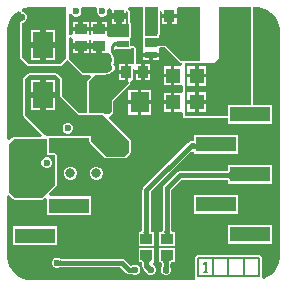
<source format=gtl>
G04*
G04 #@! TF.GenerationSoftware,Altium Limited,Altium Designer,25.8.1 (18)*
G04*
G04 Layer_Physical_Order=1*
G04 Layer_Color=255*
%FSLAX44Y44*%
%MOMM*%
G71*
G04*
G04 #@! TF.SameCoordinates,25FCF4F7-ABCC-4757-B9A5-3A53D095655E*
G04*
G04*
G04 #@! TF.FilePolarity,Positive*
G04*
G01*
G75*
%ADD10C,0.2540*%
%ADD14R,3.4300X1.2700*%
%ADD15R,0.9000X1.0000*%
%ADD16R,1.0000X0.9000*%
%ADD17R,1.5000X4.2000*%
%ADD18R,1.8000X2.2500*%
%ADD19R,1.0000X0.5500*%
%ADD20R,1.6500X1.8000*%
%ADD21R,1.2000X1.3000*%
%ADD22C,0.4000*%
%ADD23C,0.1500*%
%ADD24C,0.6000*%
%ADD25C,0.8000*%
G36*
X168000Y190000D02*
X152000D01*
X139000Y203000D01*
X121000D01*
Y209750D01*
X133000D01*
Y211791D01*
X133148Y211852D01*
X133624Y213000D01*
Y221500D01*
X134000D01*
Y232993D01*
X134000D01*
X136000Y231556D01*
Y230000D01*
X142000D01*
X148000D01*
Y233666D01*
X148000Y234500D01*
X149517Y235666D01*
X168000D01*
Y190000D01*
D02*
G37*
G36*
X80819Y233666D02*
X80500Y232895D01*
Y231105D01*
X81185Y229451D01*
X82451Y228185D01*
X84105Y227500D01*
X85895D01*
X87549Y228185D01*
X88815Y229451D01*
X89500Y231105D01*
Y232895D01*
X89488Y232923D01*
X90647Y234813D01*
X91491Y234853D01*
X92999Y233274D01*
Y230499D01*
X98999D01*
X104999D01*
Y232993D01*
X104999D01*
X106999Y231556D01*
Y221499D01*
X107500D01*
Y210000D01*
X90587D01*
X89001Y210999D01*
X89001Y212000D01*
Y214999D01*
X76001D01*
Y212318D01*
X74752Y211595D01*
X73500Y212320D01*
Y215000D01*
X67000D01*
X60500D01*
Y213035D01*
X60476Y212976D01*
X60019Y212412D01*
X58630Y211524D01*
X58630D01*
X58212Y211764D01*
X57000Y212738D01*
Y229500D01*
X59000Y229898D01*
X59185Y229451D01*
X60451Y228185D01*
X62105Y227500D01*
X63895D01*
X65549Y228185D01*
X66815Y229451D01*
X67500Y231105D01*
Y232895D01*
X67181Y233666D01*
X68311Y235666D01*
X79689D01*
X80819Y233666D01*
D02*
G37*
G36*
X132000Y213000D02*
X121000D01*
Y235666D01*
X132000D01*
Y213000D01*
D02*
G37*
G36*
X97530Y201960D02*
X97505Y202201D01*
X97429Y202417D01*
X97302Y202608D01*
X97124Y202773D01*
X96896Y202913D01*
X96616Y203027D01*
X96286Y203116D01*
X95905Y203179D01*
X95473Y203217D01*
X94991Y203230D01*
Y205770D01*
X95473Y205783D01*
X95905Y205821D01*
X96286Y205884D01*
X96616Y205973D01*
X96896Y206087D01*
X97124Y206227D01*
X97302Y206392D01*
X97429Y206583D01*
X97505Y206799D01*
X97530Y207040D01*
Y201960D01*
D02*
G37*
G36*
X25403Y235666D02*
X25404D01*
X25404D01*
X54344D01*
Y192344D01*
X49000Y187000D01*
X23000D01*
X17500Y192500D01*
Y222500D01*
X17895D01*
X19549Y223185D01*
X20815Y224451D01*
X21500Y226105D01*
Y227895D01*
X20815Y229549D01*
X19549Y230815D01*
X17895Y231500D01*
X17500D01*
Y234129D01*
X19255Y234856D01*
X23325Y235666D01*
X25403Y235666D01*
D02*
G37*
G36*
X60500Y208739D02*
X60500Y208000D01*
Y205500D01*
X67000D01*
X73500D01*
Y207682D01*
X74749Y208405D01*
X76001Y207680D01*
Y205499D01*
X82501D01*
Y202999D01*
X85001D01*
Y196999D01*
X88734D01*
X89001Y196999D01*
X90847Y196628D01*
X90891Y196407D01*
X91503Y195491D01*
X92500Y194494D01*
Y182500D01*
X90500Y180500D01*
X90105D01*
X88898Y180000D01*
X69000D01*
X57000Y192000D01*
Y209507D01*
X58881Y209920D01*
X60500Y208739D01*
D02*
G37*
G36*
X112000Y187500D02*
X107000D01*
Y180500D01*
Y172914D01*
X107500Y171500D01*
X93000Y157000D01*
Y147000D01*
X91000Y145000D01*
X87296D01*
X87148Y145148D01*
X86000Y145624D01*
X74000D01*
X74000Y173000D01*
X79376Y178376D01*
X88898D01*
X89196Y178500D01*
X89519D01*
X90428Y178876D01*
X90500D01*
X91648Y179352D01*
X91796Y179500D01*
X91895D01*
X93549Y180185D01*
X94815Y181451D01*
X95500Y183104D01*
Y184895D01*
X94815Y186549D01*
X94124Y187240D01*
Y187679D01*
X94734Y188290D01*
X95420Y189944D01*
Y191734D01*
X94734Y193388D01*
X94124Y193999D01*
Y194494D01*
X94000Y194792D01*
Y198543D01*
X95500Y199750D01*
X109500D01*
Y201000D01*
X112000D01*
Y187500D01*
D02*
G37*
G36*
X15348Y231694D02*
X15984Y231239D01*
X16352Y230352D01*
X17500Y229876D01*
X17572D01*
X18629Y229438D01*
X19439Y228629D01*
X19876Y227572D01*
Y226428D01*
X19439Y225371D01*
X18629Y224562D01*
X17572Y224124D01*
X17500D01*
X16352Y223648D01*
X15876Y222500D01*
Y192500D01*
X16352Y191352D01*
X21852Y185852D01*
X23000Y185376D01*
X49000D01*
X50148Y185852D01*
X54193Y189897D01*
X55845Y190848D01*
X56807Y189897D01*
X67852Y178852D01*
X69000Y178376D01*
X74467D01*
X75233Y176529D01*
X72852Y174148D01*
X72376Y173000D01*
X72376Y145624D01*
X65672D01*
X50624Y160672D01*
Y174897D01*
X50148Y176045D01*
X47045Y179148D01*
X45897Y179624D01*
X23000Y179624D01*
X21852Y179148D01*
X18852Y176148D01*
X18376Y175000D01*
X18376Y144000D01*
X18852Y142852D01*
X34080Y127624D01*
X33252Y125624D01*
X10000D01*
X8852Y125148D01*
X6334Y122630D01*
X4334Y123459D01*
Y214600D01*
Y216675D01*
X5144Y220745D01*
X6732Y224578D01*
X9037Y228029D01*
X11971Y230963D01*
X13876Y232236D01*
X15348Y231694D01*
D02*
G37*
G36*
X211000Y152480D02*
X191660D01*
Y143000D01*
X155000D01*
Y188000D01*
X180000D01*
X184000Y192000D01*
Y235666D01*
X211000D01*
Y152480D01*
D02*
G37*
G36*
X220745Y234856D02*
X224578Y233268D01*
X228029Y230963D01*
X230963Y228029D01*
X233268Y224578D01*
X234856Y220745D01*
X235666Y216675D01*
Y214600D01*
Y25400D01*
Y23325D01*
X234856Y19255D01*
X233268Y15422D01*
X230963Y11971D01*
X228029Y9037D01*
X224578Y6732D01*
X221796Y5579D01*
X221185Y5959D01*
X220212Y7088D01*
X220294Y7500D01*
Y23500D01*
X220119Y24378D01*
X219622Y25122D01*
X218878Y25619D01*
X218000Y25794D01*
X166000D01*
X165122Y25619D01*
X164378Y25122D01*
X163881Y24378D01*
X163706Y23500D01*
Y7500D01*
X163881Y6622D01*
X164054Y6363D01*
X163448Y4714D01*
X163168Y4363D01*
X23264Y4442D01*
X21528Y4601D01*
X17770Y5668D01*
X14272Y7407D01*
X11154Y9759D01*
X8521Y12645D01*
X6464Y15965D01*
X5052Y19607D01*
X4334Y23447D01*
Y25400D01*
Y75541D01*
X6334Y76370D01*
X9852Y72852D01*
X11000Y72376D01*
X34000D01*
X35148Y72852D01*
X36410Y74114D01*
X38410Y73285D01*
Y59630D01*
X75710D01*
Y75330D01*
X40455D01*
X39626Y77330D01*
X46148Y83852D01*
X46624Y85000D01*
Y110430D01*
X46148Y111578D01*
X45000Y112054D01*
X40034D01*
Y124000D01*
X40372Y124506D01*
X74086D01*
Y121790D01*
X74562Y120642D01*
X87352Y107852D01*
X88500Y107376D01*
X104000D01*
X105148Y107852D01*
X108648Y111352D01*
X109124Y112500D01*
Y122500D01*
X108648Y123648D01*
X90767Y141529D01*
X91529Y143596D01*
X92148Y143852D01*
X92797Y144501D01*
X93001D01*
Y144705D01*
X94148Y145852D01*
X94624Y147000D01*
Y156327D01*
X108648Y170352D01*
X108756Y170612D01*
X108965Y170800D01*
X108984Y171164D01*
X109124Y171500D01*
X109016Y171760D01*
X109031Y172041D01*
X110383Y174000D01*
X111500D01*
Y183521D01*
X111500D01*
X113500Y182174D01*
Y182000D01*
X118000D01*
Y187000D01*
X115471D01*
X113624Y187500D01*
X113624Y188788D01*
Y201000D01*
X113148Y202148D01*
X112000Y202624D01*
X109500D01*
X109000Y202958D01*
Y208750D01*
X109000Y208750D01*
X109124Y210000D01*
X109124Y210699D01*
Y221499D01*
X108648Y222647D01*
X108623Y222658D01*
Y231556D01*
X108570Y231684D01*
X108602Y231818D01*
X108338Y232243D01*
X108147Y232704D01*
X108020Y232757D01*
X107947Y232874D01*
X106845Y233666D01*
X107490Y235666D01*
X119376D01*
Y213000D01*
X119852Y211852D01*
X119852Y210898D01*
X119376Y209750D01*
Y203000D01*
X119852Y201852D01*
X120000Y201791D01*
X120000Y199750D01*
X120000Y198250D01*
Y196500D01*
X126500D01*
X133000D01*
X133000Y199962D01*
X134414Y201376D01*
X138328D01*
X150852Y188852D01*
X152000Y188376D01*
X152027D01*
X152221Y188121D01*
X152383Y187445D01*
X151877Y186467D01*
X150865Y185500D01*
X146250D01*
Y177500D01*
Y169500D01*
X151376D01*
X152250Y169500D01*
X153376Y167967D01*
Y164533D01*
X152250Y163000D01*
X151376Y163000D01*
X146250D01*
Y155000D01*
Y147000D01*
X151376D01*
X152250Y147000D01*
X153376Y145467D01*
Y143000D01*
X153852Y141852D01*
X155000Y141376D01*
X191660D01*
Y136780D01*
X228960D01*
Y152480D01*
X212624D01*
Y235666D01*
X216675D01*
X220745Y234856D01*
D02*
G37*
G36*
X49000Y174897D02*
Y160000D01*
X65000Y144000D01*
X86000D01*
X107500Y122500D01*
Y112500D01*
X104000Y109000D01*
X88500D01*
X75710Y121790D01*
Y126130D01*
X38410D01*
X38410Y126130D01*
Y126130D01*
X36861Y127139D01*
X20000Y144000D01*
X20000Y175000D01*
X23000Y178000D01*
X45897Y178000D01*
X49000Y174897D01*
D02*
G37*
G36*
X38410Y110430D02*
X45000D01*
Y85000D01*
X34000Y74000D01*
X11000D01*
X6000Y79000D01*
Y120000D01*
X10000Y124000D01*
X38410D01*
Y110430D01*
D02*
G37*
%LPC*%
G36*
X148000Y226000D02*
X144000D01*
Y221500D01*
X148000D01*
Y226000D01*
D02*
G37*
G36*
X140000D02*
X136000D01*
Y221500D01*
X140000D01*
Y226000D01*
D02*
G37*
G36*
X104999Y225499D02*
X101499D01*
Y221499D01*
X104999D01*
Y225499D01*
D02*
G37*
G36*
X96499D02*
X92999D01*
Y221499D01*
X96499D01*
Y225499D01*
D02*
G37*
G36*
X73500Y223000D02*
X69000D01*
Y219000D01*
X73500D01*
Y223000D01*
D02*
G37*
G36*
X65000D02*
X60500D01*
Y219000D01*
X65000D01*
Y223000D01*
D02*
G37*
G36*
X89001Y222999D02*
X84501D01*
Y218999D01*
X89001D01*
Y222999D01*
D02*
G37*
G36*
X80501D02*
X76001D01*
Y218999D01*
X80501D01*
Y222999D01*
D02*
G37*
G36*
X45500Y216586D02*
X37500D01*
Y206336D01*
X45500D01*
Y216586D01*
D02*
G37*
G36*
X32500D02*
X24500D01*
Y206336D01*
X32500D01*
Y216586D01*
D02*
G37*
G36*
X45500Y201336D02*
X37500D01*
Y191086D01*
X45500D01*
Y201336D01*
D02*
G37*
G36*
X32500D02*
X24500D01*
Y191086D01*
X32500D01*
Y201336D01*
D02*
G37*
G36*
X73500Y200500D02*
X69500D01*
Y197000D01*
X73500D01*
Y200500D01*
D02*
G37*
G36*
X64500D02*
X60500D01*
Y197000D01*
X64500D01*
Y200500D01*
D02*
G37*
G36*
X80001Y200499D02*
X76001D01*
Y196999D01*
X80001D01*
Y200499D01*
D02*
G37*
G36*
X104000Y187500D02*
X99000D01*
Y182000D01*
X104000D01*
Y187500D01*
D02*
G37*
G36*
Y179000D02*
X99000D01*
Y173500D01*
X104000D01*
Y179000D01*
D02*
G37*
G36*
X173250Y186000D02*
X166750D01*
Y179000D01*
X173250D01*
Y186000D01*
D02*
G37*
G36*
X163750D02*
X157250D01*
Y179000D01*
X163750D01*
Y186000D01*
D02*
G37*
G36*
X173250Y176000D02*
X166750D01*
Y169000D01*
X173250D01*
Y176000D01*
D02*
G37*
G36*
X163750D02*
X157250D01*
Y169000D01*
X163750D01*
Y176000D01*
D02*
G37*
G36*
X173250Y163500D02*
X166750D01*
Y156500D01*
X173250D01*
Y163500D01*
D02*
G37*
G36*
X163750D02*
X157250D01*
Y156500D01*
X163750D01*
Y163500D01*
D02*
G37*
G36*
X173250Y153500D02*
X166750D01*
Y146500D01*
X173250D01*
Y153500D01*
D02*
G37*
G36*
X163750D02*
X157250D01*
Y146500D01*
X163750D01*
Y153500D01*
D02*
G37*
G36*
X133000Y193500D02*
X128000D01*
Y190750D01*
X133000D01*
Y193500D01*
D02*
G37*
G36*
X125000D02*
X120000D01*
Y190750D01*
X125000D01*
Y193500D01*
D02*
G37*
G36*
X125500Y187000D02*
X121000D01*
Y182000D01*
X125500D01*
Y187000D01*
D02*
G37*
G36*
X143250Y185500D02*
X137250D01*
Y179000D01*
X143250D01*
Y185500D01*
D02*
G37*
G36*
X125500Y179000D02*
X121000D01*
Y174000D01*
X125500D01*
Y179000D01*
D02*
G37*
G36*
X118000D02*
X113500D01*
Y174000D01*
X118000D01*
Y179000D01*
D02*
G37*
G36*
X143250Y176000D02*
X137250D01*
Y169500D01*
X143250D01*
Y176000D01*
D02*
G37*
G36*
X126501Y165501D02*
X118251D01*
Y156501D01*
X126501D01*
Y165501D01*
D02*
G37*
G36*
X115251D02*
X107001D01*
Y156501D01*
X115251D01*
Y165501D01*
D02*
G37*
G36*
X143250Y163000D02*
X137250D01*
Y156500D01*
X143250D01*
Y163000D01*
D02*
G37*
G36*
Y153500D02*
X137250D01*
Y147000D01*
X143250D01*
Y153500D01*
D02*
G37*
G36*
X126501Y153501D02*
X118251D01*
Y144501D01*
X126501D01*
Y153501D01*
D02*
G37*
G36*
X115251D02*
X107001D01*
Y144501D01*
X115251D01*
Y153501D01*
D02*
G37*
G36*
X199760Y127080D02*
X162460D01*
Y122324D01*
X162396Y122209D01*
X162384Y122202D01*
X162183Y122127D01*
X161866Y122049D01*
X161443Y121984D01*
X160918Y121942D01*
X160264Y121926D01*
X160009Y121813D01*
X158938Y121600D01*
X157780Y120827D01*
X119976Y83023D01*
X119202Y81865D01*
X118931Y80499D01*
Y48135D01*
X118876Y48013D01*
X118857Y47303D01*
X118807Y46736D01*
X118731Y46276D01*
X118638Y45931D01*
X118546Y45706D01*
X118482Y45601D01*
X118329Y45585D01*
X118174Y45501D01*
X115999D01*
Y33501D01*
X128999D01*
Y45501D01*
X126824D01*
X126669Y45585D01*
X126517Y45601D01*
X126453Y45706D01*
X126361Y45931D01*
X126268Y46276D01*
X126191Y46736D01*
X126141Y47303D01*
X126122Y48013D01*
X126068Y48135D01*
Y79021D01*
X160460Y113413D01*
X162460Y112585D01*
Y111380D01*
X199760D01*
Y127080D01*
D02*
G37*
G36*
X81094Y100500D02*
X78906D01*
X76884Y99663D01*
X75337Y98116D01*
X74500Y96094D01*
Y93906D01*
X75337Y91884D01*
X76884Y90337D01*
X78906Y89500D01*
X81094D01*
X83116Y90337D01*
X84663Y91884D01*
X85500Y93906D01*
Y96094D01*
X84663Y98116D01*
X83116Y99663D01*
X81094Y100500D01*
D02*
G37*
G36*
X59094D02*
X56906D01*
X54885Y99663D01*
X53337Y98116D01*
X52500Y96094D01*
Y93906D01*
X53337Y91884D01*
X54885Y90337D01*
X56906Y89500D01*
X59094D01*
X61115Y90337D01*
X62663Y91884D01*
X63500Y93906D01*
Y96094D01*
X62663Y98116D01*
X61115Y99663D01*
X59094Y100500D01*
D02*
G37*
G36*
X228960Y101680D02*
X191660D01*
Y97325D01*
X191576Y97170D01*
X191560Y97017D01*
X191455Y96953D01*
X191230Y96861D01*
X190885Y96768D01*
X190425Y96692D01*
X189858Y96642D01*
X189148Y96623D01*
X189025Y96569D01*
X151000D01*
X149634Y96297D01*
X148477Y95523D01*
X137476Y84522D01*
X136702Y83365D01*
X136431Y81999D01*
Y48135D01*
X136376Y48013D01*
X136357Y47303D01*
X136307Y46736D01*
X136231Y46276D01*
X136138Y45931D01*
X136046Y45706D01*
X135982Y45601D01*
X135829Y45585D01*
X135674Y45501D01*
X133499D01*
Y33501D01*
X146499D01*
Y45501D01*
X144324D01*
X144169Y45585D01*
X144017Y45601D01*
X143953Y45706D01*
X143861Y45931D01*
X143768Y46276D01*
X143691Y46736D01*
X143641Y47303D01*
X143622Y48013D01*
X143568Y48135D01*
Y80521D01*
X152478Y89431D01*
X189026D01*
X189148Y89377D01*
X189858Y89358D01*
X190425Y89308D01*
X190885Y89232D01*
X191230Y89139D01*
X191455Y89047D01*
X191560Y88983D01*
X191576Y88830D01*
X191660Y88675D01*
Y85980D01*
X228960D01*
Y101680D01*
D02*
G37*
G36*
X199760Y76280D02*
X162460D01*
Y60580D01*
X199760D01*
Y76280D01*
D02*
G37*
G36*
X228960Y50880D02*
X191660D01*
Y35180D01*
X228960D01*
Y50880D01*
D02*
G37*
G36*
X46510Y49930D02*
X9210D01*
Y34230D01*
X46510D01*
Y49930D01*
D02*
G37*
G36*
X128999Y31501D02*
X115999D01*
Y19501D01*
X118174D01*
X118329Y19417D01*
X118482Y19401D01*
X118546Y19296D01*
X118638Y19071D01*
X118731Y18726D01*
X118807Y18266D01*
X118857Y17699D01*
X118876Y16989D01*
X118931Y16866D01*
Y16501D01*
X119202Y15135D01*
X119976Y13977D01*
X120526Y13427D01*
X120581Y13295D01*
X120810Y13064D01*
X121479Y12363D01*
X121500Y12339D01*
Y12105D01*
X122185Y10451D01*
X123451Y9185D01*
X125105Y8500D01*
X126895D01*
X128549Y9185D01*
X129815Y10451D01*
X130500Y12105D01*
Y13895D01*
X129815Y15549D01*
X128549Y16815D01*
X128323Y16908D01*
X128091Y17501D01*
X128999Y19501D01*
X128999D01*
Y31501D01*
D02*
G37*
G36*
X47895Y23500D02*
X46105D01*
X44451Y22815D01*
X43185Y21549D01*
X42500Y19895D01*
Y18105D01*
X43185Y16451D01*
X44451Y15185D01*
X46105Y14500D01*
X47895D01*
X49549Y15185D01*
X49666Y15302D01*
X51122Y15379D01*
X51232Y15431D01*
X100522D01*
X105477Y10477D01*
X106634Y9703D01*
X108000Y9431D01*
X108827D01*
X108959Y9376D01*
X109285Y9376D01*
X110254Y9353D01*
X110286Y9350D01*
X110451Y9185D01*
X112105Y8500D01*
X113895D01*
X115549Y9185D01*
X116815Y10451D01*
X117500Y12105D01*
Y13895D01*
X116815Y15549D01*
X115549Y16815D01*
X113895Y17500D01*
X112105D01*
X110451Y16815D01*
X110334Y16698D01*
X109398Y16649D01*
X104523Y21523D01*
X103366Y22297D01*
X102000Y22569D01*
X51172D01*
X51041Y22624D01*
X50715Y22624D01*
X49746Y22647D01*
X49714Y22650D01*
X49549Y22815D01*
X47895Y23500D01*
D02*
G37*
G36*
X146499Y31501D02*
X133499D01*
Y19501D01*
X134866D01*
X135021Y19417D01*
X135174Y19401D01*
X135238Y19296D01*
X135330Y19071D01*
X135423Y18726D01*
X135499Y18266D01*
X135550Y17699D01*
X135565Y17098D01*
X135545Y16106D01*
X135528Y15892D01*
X135185Y15549D01*
X134500Y13895D01*
Y12105D01*
X135185Y10451D01*
X136451Y9185D01*
X138105Y8500D01*
X138655D01*
X139000Y8431D01*
X139345Y8500D01*
X139895D01*
X141549Y9185D01*
X142815Y10451D01*
X143500Y12105D01*
Y13895D01*
X142846Y15474D01*
X142815Y16885D01*
X142792Y16937D01*
X142814Y16989D01*
X142833Y17699D01*
X142883Y18266D01*
X142960Y18726D01*
X143053Y19071D01*
X143145Y19296D01*
X143209Y19401D01*
X143361Y19417D01*
X143516Y19501D01*
X146499D01*
Y31501D01*
D02*
G37*
%LPD*%
G36*
X163990Y114616D02*
X163954Y114937D01*
X163843Y115223D01*
X163659Y115476D01*
X163400Y115696D01*
X163069Y115881D01*
X162663Y116033D01*
X162184Y116151D01*
X161631Y116236D01*
X161004Y116286D01*
X160303Y116303D01*
Y120303D01*
X161004Y120320D01*
X161631Y120371D01*
X162184Y120455D01*
X162663Y120573D01*
X163069Y120725D01*
X163400Y120911D01*
X163659Y121130D01*
X163843Y121383D01*
X163954Y121670D01*
X163990Y121990D01*
Y114616D01*
D02*
G37*
G36*
X124519Y47210D02*
X124579Y46530D01*
X124679Y45930D01*
X124819Y45410D01*
X124999Y44970D01*
X125219Y44610D01*
X125479Y44330D01*
X125779Y44130D01*
X126119Y44010D01*
X126499Y43970D01*
X118499D01*
X118879Y44010D01*
X119219Y44130D01*
X119519Y44330D01*
X119779Y44610D01*
X119999Y44970D01*
X120179Y45410D01*
X120319Y45930D01*
X120419Y46530D01*
X120479Y47210D01*
X120499Y47970D01*
X124499D01*
X124519Y47210D01*
D02*
G37*
G36*
X193190Y89000D02*
X193151Y89380D01*
X193030Y89720D01*
X192831Y90020D01*
X192551Y90280D01*
X192190Y90500D01*
X191751Y90680D01*
X191231Y90820D01*
X190630Y90920D01*
X189951Y90980D01*
X189191Y91000D01*
Y95000D01*
X189951Y95020D01*
X190630Y95080D01*
X191231Y95180D01*
X191751Y95320D01*
X192190Y95500D01*
X192551Y95720D01*
X192831Y95980D01*
X193030Y96280D01*
X193151Y96620D01*
X193190Y97000D01*
Y89000D01*
D02*
G37*
G36*
X142019Y47210D02*
X142079Y46530D01*
X142179Y45930D01*
X142319Y45410D01*
X142499Y44970D01*
X142719Y44610D01*
X142979Y44330D01*
X143279Y44130D01*
X143619Y44010D01*
X143999Y43970D01*
X135999D01*
X136379Y44010D01*
X136719Y44130D01*
X137019Y44330D01*
X137279Y44610D01*
X137499Y44970D01*
X137679Y45410D01*
X137819Y45930D01*
X137919Y46530D01*
X137979Y47210D01*
X137999Y47970D01*
X141999D01*
X142019Y47210D01*
D02*
G37*
G36*
X126119Y20991D02*
X125779Y20871D01*
X125479Y20671D01*
X125219Y20391D01*
X124999Y20031D01*
X124819Y19591D01*
X124679Y19071D01*
X124579Y18471D01*
X124519Y17791D01*
X124504Y17212D01*
X124560Y17268D01*
X125970Y16000D01*
X123000Y13030D01*
X122988Y13069D01*
X122950Y13131D01*
X122887Y13216D01*
X122684Y13452D01*
X121973Y14197D01*
X121732Y14440D01*
X124324Y17031D01*
X120499D01*
X120479Y17791D01*
X120419Y18471D01*
X120319Y19071D01*
X120179Y19591D01*
X119999Y20031D01*
X119779Y20391D01*
X119519Y20671D01*
X119219Y20871D01*
X118879Y20991D01*
X118499Y21031D01*
X126499D01*
X126119Y20991D01*
D02*
G37*
G36*
X49179Y21081D02*
X49250Y21064D01*
X49354Y21049D01*
X49665Y21025D01*
X50694Y21001D01*
X51036Y21000D01*
Y17000D01*
X49142Y16900D01*
Y21100D01*
X49179Y21081D01*
D02*
G37*
G36*
X110858Y10900D02*
X110821Y10919D01*
X110751Y10936D01*
X110646Y10951D01*
X110335Y10975D01*
X109306Y10999D01*
X108964Y11000D01*
Y15000D01*
X110858Y15100D01*
Y10900D01*
D02*
G37*
G36*
X142811Y20991D02*
X142471Y20871D01*
X142171Y20671D01*
X141911Y20391D01*
X141691Y20031D01*
X141511Y19591D01*
X141371Y19071D01*
X141271Y18471D01*
X141211Y17791D01*
X141191Y17031D01*
X139074D01*
X141191Y16849D01*
X141232Y15004D01*
X137041Y15272D01*
X137070Y15315D01*
X137095Y15390D01*
X137118Y15499D01*
X137137Y15642D01*
X137167Y16026D01*
X137189Y17103D01*
X137171Y17791D01*
X137111Y18471D01*
X137011Y19071D01*
X136871Y19591D01*
X136691Y20031D01*
X136471Y20391D01*
X136211Y20671D01*
X135911Y20871D01*
X135571Y20991D01*
X135191Y21031D01*
X143191D01*
X142811Y20991D01*
D02*
G37*
%LPC*%
G36*
X45500Y173914D02*
X37500D01*
Y163664D01*
X45500D01*
Y173914D01*
D02*
G37*
G36*
X32500D02*
X24500D01*
Y163664D01*
X32500D01*
Y173914D01*
D02*
G37*
G36*
X45500Y158664D02*
X37500D01*
Y148414D01*
X45500D01*
Y158664D01*
D02*
G37*
G36*
X32500D02*
X24500D01*
Y148414D01*
X32500D01*
Y158664D01*
D02*
G37*
G36*
X56895Y137500D02*
X55105D01*
X53451Y136815D01*
X52185Y135549D01*
X51500Y133895D01*
Y132105D01*
X52185Y130451D01*
X53451Y129185D01*
X55105Y128500D01*
X56895D01*
X58549Y129185D01*
X59815Y130451D01*
X60500Y132105D01*
Y133895D01*
X59815Y135549D01*
X58549Y136815D01*
X56895Y137500D01*
D02*
G37*
G36*
X38895Y108230D02*
X37105D01*
X35451Y107545D01*
X34185Y106279D01*
X33500Y104625D01*
Y102835D01*
X34185Y101181D01*
X35451Y99915D01*
X37105Y99230D01*
X38895D01*
X40549Y99915D01*
X41815Y101181D01*
X42500Y102835D01*
Y104625D01*
X41815Y106279D01*
X40549Y107545D01*
X38895Y108230D01*
D02*
G37*
%LPD*%
D10*
X93500Y197488D02*
Y203012D01*
X94988Y196000D02*
X101500D01*
X102500Y195000D01*
X93500Y197488D02*
X94988Y196000D01*
Y204500D02*
X102500D01*
X93500Y203012D02*
X94988Y204500D01*
D14*
X210310Y43030D02*
D03*
X181110Y68430D02*
D03*
X210310Y93830D02*
D03*
X181110Y119230D02*
D03*
X210310Y144630D02*
D03*
X27860Y42080D02*
D03*
X57060Y67480D02*
D03*
X27860Y92880D02*
D03*
X57060Y118280D02*
D03*
D15*
X98999Y227999D02*
D03*
X112999D02*
D03*
X105500Y180500D02*
D03*
X119500D02*
D03*
X128000Y228000D02*
D03*
X142000D02*
D03*
D16*
X82501Y202999D02*
D03*
Y216999D02*
D03*
X67000Y203000D02*
D03*
Y217000D02*
D03*
X139999Y25501D02*
D03*
Y39501D02*
D03*
X122499Y25501D02*
D03*
Y39501D02*
D03*
D17*
X195500Y212500D02*
D03*
X159500D02*
D03*
D18*
X35000Y203836D02*
D03*
Y161164D02*
D03*
D19*
X126500Y204500D02*
D03*
X102500Y195000D02*
D03*
X126500D02*
D03*
Y214000D02*
D03*
X102500D02*
D03*
Y204500D02*
D03*
D20*
X83251Y155001D02*
D03*
X116751D02*
D03*
D21*
X144750Y155000D02*
D03*
X165250D02*
D03*
X144750Y177500D02*
D03*
X165250D02*
D03*
D22*
X160303Y118303D02*
X181963D01*
X122499Y80499D02*
X160303Y118303D01*
X181963D02*
X182270Y118610D01*
X122499Y39501D02*
Y80499D01*
X108000Y13000D02*
X113000D01*
X102000Y19000D02*
X108000Y13000D01*
X47000Y19000D02*
X102000D01*
X122499Y16501D02*
X126000Y13000D01*
X151000Y93000D02*
X205260D01*
X205470Y93210D01*
X139999Y81999D02*
X151000Y93000D01*
X139999Y39501D02*
Y81999D01*
X127250Y227250D02*
X128000Y228000D01*
X127250Y214750D02*
Y227250D01*
X126500Y214000D02*
X127250Y214750D01*
X139191Y24693D02*
X139999Y25501D01*
X139191Y12191D02*
Y24693D01*
X139000Y12000D02*
X139191Y12191D01*
X122499Y16501D02*
Y25501D01*
D23*
X171250Y11500D02*
X173916D01*
X172583D01*
Y19497D01*
X171250Y18165D01*
X166000Y7500D02*
X218000D01*
X166000Y23500D02*
X218000D01*
X179000Y7500D02*
Y23500D01*
X218000Y7500D02*
Y23500D01*
X192000Y7500D02*
Y23500D01*
X205000Y7500D02*
Y23500D01*
X166000Y7500D02*
Y23500D01*
D24*
X8000Y162000D02*
D03*
X47000Y19000D02*
D03*
X113000Y13000D02*
D03*
X88000Y10000D02*
D03*
X126000Y13000D02*
D03*
X132000Y183000D02*
D03*
X90920Y190839D02*
D03*
X184000Y104000D02*
D03*
X227000Y79000D02*
D03*
X85000Y232000D02*
D03*
X226000Y16000D02*
D03*
X158000Y10000D02*
D03*
X10000Y62000D02*
D03*
X22000Y10000D02*
D03*
X114000Y207000D02*
D03*
X91000Y169000D02*
D03*
Y176000D02*
D03*
Y184000D02*
D03*
X38000Y103730D02*
D03*
X224000Y164000D02*
D03*
X223000Y225000D02*
D03*
X139000Y13000D02*
D03*
X63000Y232000D02*
D03*
X17000Y227000D02*
D03*
X126000Y98000D02*
D03*
X158000Y57000D02*
D03*
X80000Y49000D02*
D03*
X59000D02*
D03*
X56000Y133000D02*
D03*
X132000Y174000D02*
D03*
Y156000D02*
D03*
X46500Y228500D02*
D03*
X36250D02*
D03*
X26000D02*
D03*
D25*
X195000Y176000D02*
D03*
X92500Y114500D02*
D03*
X193000Y161000D02*
D03*
X11000Y111000D02*
D03*
X181000Y154000D02*
D03*
X80000Y95000D02*
D03*
X58000D02*
D03*
X34000Y117000D02*
D03*
X27293Y79592D02*
D03*
X15739D02*
D03*
X127500Y114500D02*
D03*
X117500D02*
D03*
X102500D02*
D03*
M02*

</source>
